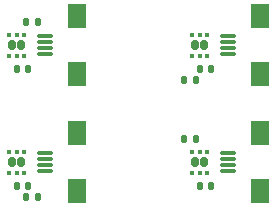
<source format=gtp>
G04 #@! TF.GenerationSoftware,KiCad,Pcbnew,7.0.10*
G04 #@! TF.CreationDate,2024-01-04T17:00:17+01:00*
G04 #@! TF.ProjectId,temperature-sensor-2x2,74656d70-6572-4617-9475-72652d73656e,rev?*
G04 #@! TF.SameCoordinates,Original*
G04 #@! TF.FileFunction,Paste,Top*
G04 #@! TF.FilePolarity,Positive*
%FSLAX46Y46*%
G04 Gerber Fmt 4.6, Leading zero omitted, Abs format (unit mm)*
G04 Created by KiCad (PCBNEW 7.0.10) date 2024-01-04 17:00:17*
%MOMM*%
%LPD*%
G01*
G04 APERTURE LIST*
G04 Aperture macros list*
%AMRoundRect*
0 Rectangle with rounded corners*
0 $1 Rounding radius*
0 $2 $3 $4 $5 $6 $7 $8 $9 X,Y pos of 4 corners*
0 Add a 4 corners polygon primitive as box body*
4,1,4,$2,$3,$4,$5,$6,$7,$8,$9,$2,$3,0*
0 Add four circle primitives for the rounded corners*
1,1,$1+$1,$2,$3*
1,1,$1+$1,$4,$5*
1,1,$1+$1,$6,$7*
1,1,$1+$1,$8,$9*
0 Add four rect primitives between the rounded corners*
20,1,$1+$1,$2,$3,$4,$5,0*
20,1,$1+$1,$4,$5,$6,$7,0*
20,1,$1+$1,$6,$7,$8,$9,0*
20,1,$1+$1,$8,$9,$2,$3,0*%
G04 Aperture macros list end*
%ADD10RoundRect,0.075000X0.575000X-0.075000X0.575000X0.075000X-0.575000X0.075000X-0.575000X-0.075000X0*%
%ADD11R,1.600000X2.000000*%
%ADD12RoundRect,0.160000X-0.160000X0.245000X-0.160000X-0.245000X0.160000X-0.245000X0.160000X0.245000X0*%
%ADD13RoundRect,0.093750X-0.106250X0.093750X-0.106250X-0.093750X0.106250X-0.093750X0.106250X0.093750X0*%
%ADD14RoundRect,0.135000X-0.135000X-0.185000X0.135000X-0.185000X0.135000X0.185000X-0.135000X0.185000X0*%
%ADD15RoundRect,0.140000X-0.140000X-0.170000X0.140000X-0.170000X0.140000X0.170000X-0.140000X0.170000X0*%
%ADD16RoundRect,0.135000X0.135000X0.185000X-0.135000X0.185000X-0.135000X-0.185000X0.135000X-0.185000X0*%
G04 APERTURE END LIST*
D10*
X141800000Y-42600000D03*
X141800000Y-42100000D03*
X141800000Y-41600000D03*
X141800000Y-41100000D03*
D11*
X144480000Y-44300000D03*
X144480000Y-39400000D03*
D12*
X139800000Y-31950000D03*
X139000000Y-31950000D03*
D13*
X140050000Y-31062500D03*
X139400000Y-31062500D03*
X138750000Y-31062500D03*
X138750000Y-32837500D03*
X139400000Y-32837500D03*
X140050000Y-32837500D03*
D12*
X155300000Y-41850000D03*
X154500000Y-41850000D03*
D13*
X155550000Y-40962500D03*
X154900000Y-40962500D03*
X154250000Y-40962500D03*
X154250000Y-42737500D03*
X154900000Y-42737500D03*
X155550000Y-42737500D03*
D14*
X153550000Y-34865000D03*
X154570000Y-34865000D03*
D12*
X155300000Y-31950000D03*
X154500000Y-31950000D03*
D13*
X155550000Y-31062500D03*
X154900000Y-31062500D03*
X154250000Y-31062500D03*
X154250000Y-32837500D03*
X154900000Y-32837500D03*
X155550000Y-32837500D03*
D15*
X139400000Y-43835000D03*
X140360000Y-43835000D03*
D10*
X157300000Y-32700000D03*
X157300000Y-32200000D03*
X157300000Y-31700000D03*
X157300000Y-31200000D03*
D11*
X159980000Y-34400000D03*
X159980000Y-29500000D03*
D15*
X154900000Y-33935000D03*
X155860000Y-33935000D03*
X154900000Y-43835000D03*
X155860000Y-43835000D03*
D16*
X154570000Y-39855000D03*
X153550000Y-39855000D03*
D15*
X139400000Y-33935000D03*
X140360000Y-33935000D03*
D16*
X141230000Y-44765000D03*
X140210000Y-44765000D03*
D14*
X140210000Y-29955000D03*
X141230000Y-29955000D03*
D10*
X157300000Y-42600000D03*
X157300000Y-42100000D03*
X157300000Y-41600000D03*
X157300000Y-41100000D03*
D11*
X159980000Y-44300000D03*
X159980000Y-39400000D03*
D12*
X139800000Y-41850000D03*
X139000000Y-41850000D03*
D13*
X140050000Y-40962500D03*
X139400000Y-40962500D03*
X138750000Y-40962500D03*
X138750000Y-42737500D03*
X139400000Y-42737500D03*
X140050000Y-42737500D03*
D10*
X141800000Y-32700000D03*
X141800000Y-32200000D03*
X141800000Y-31700000D03*
X141800000Y-31200000D03*
D11*
X144480000Y-34400000D03*
X144480000Y-29500000D03*
M02*

</source>
